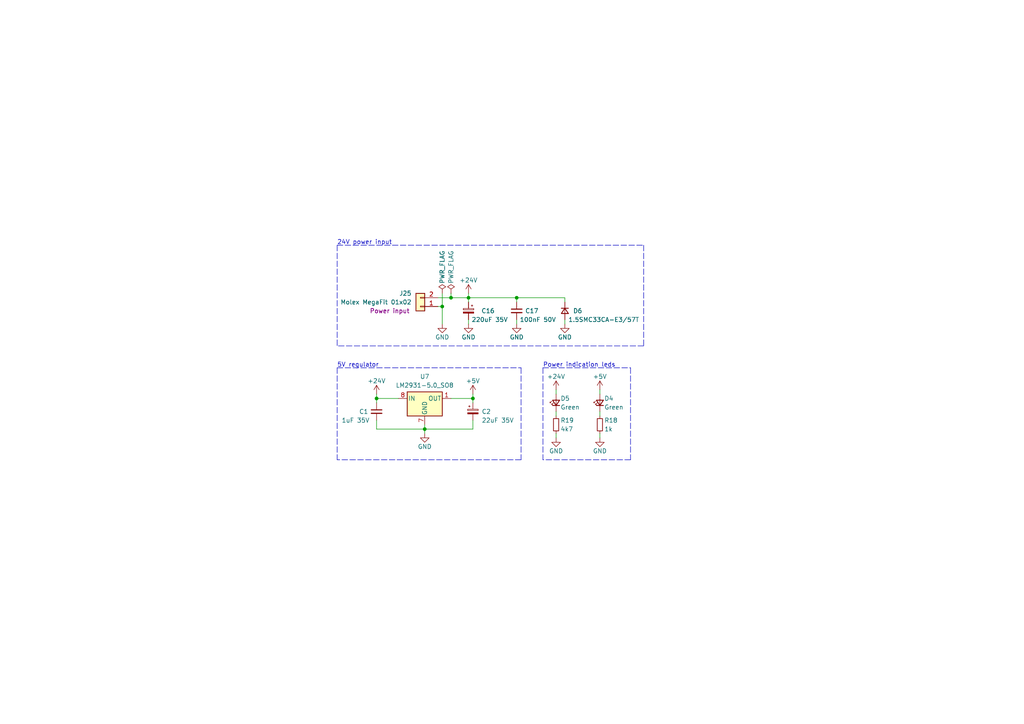
<source format=kicad_sch>
(kicad_sch (version 20211123) (generator eeschema)
  (paper "A4")
  (title_block (title "GD BLDC blower driver") (date "2019-03-11") (rev "v1.1") (company "3devo"))
  (lib_symbols
    (symbol "Connector_Generic:Conn_01x02" (pin_names (offset 1.016) hide)
      (property "Reference" "J" (at 0 2.54 0))
      (property "Value" "Conn_01x02" (at 0 -5.08 0))
      (symbol "Conn_01x02_1_1"
        (rectangle (start -1.27 -2.413) (end 0 -2.667) (stroke (width 0.1524)))
        (rectangle (start -1.27 0.127) (end 0 -0.127) (stroke (width 0.1524)))
        (rectangle (start -1.27 1.27) (end 1.27 -3.81) (stroke (width 0.254)) (fill (type background)))
        (pin passive line (at -5.08 0 0) (length 3.81) (name "Pin_1") (number "1"))
        (pin passive line (at -5.08 -2.54 0) (length 3.81) (name "Pin_2") (number "2"))
      )
    )
    (symbol "Device:C_Polarized_Small" (pin_numbers hide) (pin_names (offset 0.254) hide)
      (property "Reference" "C" (at 0.254 1.778 0))
      (property "Value" "C_Polarized_Small" (at 0.254 -2.032 0))
      (symbol "C_Polarized_Small_0_1"
        (rectangle (start -1.524 -0.3048) (end 1.524 -0.6858) (fill (type outline)))
        (rectangle (start -1.524 0.6858) (end 1.524 0.3048))
        (polyline (pts (xy -1.27 1.524) (xy -0.762 1.524)))
        (polyline (pts (xy -1.016 1.27) (xy -1.016 1.778)))
      )
      (symbol "C_Polarized_Small_1_1"
        (pin passive line (at 0 2.54 270) (length 1.8542) (name "~") (number "1"))
        (pin passive line (at 0 -2.54 90) (length 1.8542) (name "~") (number "2"))
      )
    )
    (symbol "Device:C_Small" (pin_numbers hide) (pin_names (offset 0.254) hide)
      (property "Reference" "C" (at 0.254 1.778 0))
      (property "Value" "C_Small" (at 0.254 -2.032 0))
      (symbol "C_Small_0_1"
        (polyline (pts (xy -1.524 -0.508) (xy 1.524 -0.508)) (stroke (width 0.3302)))
        (polyline (pts (xy -1.524 0.508) (xy 1.524 0.508)) (stroke (width 0.3048)))
      )
      (symbol "C_Small_1_1"
        (pin passive line (at 0 2.54 270) (length 2.032) (name "~") (number "1"))
        (pin passive line (at 0 -2.54 90) (length 2.032) (name "~") (number "2"))
      )
    )
    (symbol "Device:D_Small" (pin_numbers hide) (pin_names (offset 0.254) hide)
      (property "Reference" "D" (at -1.27 2.032 0))
      (property "Value" "D_Small" (at -3.81 -2.032 0))
      (symbol "D_Small_0_1"
        (polyline (pts (xy -0.762 -1.016) (xy -0.762 1.016)) (stroke (width 0.254)))
        (polyline (pts (xy -0.762 0) (xy 0.762 0)))
        (polyline (pts (xy 0.762 -1.016) (xy -0.762 0) (xy 0.762 1.016) (xy 0.762 -1.016)) (stroke (width 0.254)))
      )
      (symbol "D_Small_1_1"
        (pin passive line (at -2.54 0 0) (length 1.778) (name "K") (number "1"))
        (pin passive line (at 2.54 0 180) (length 1.778) (name "A") (number "2"))
      )
    )
    (symbol "Device:LED_Small" (pin_numbers hide) (pin_names (offset 0.254) hide)
      (property "Reference" "D" (at -1.27 3.175 0))
      (property "Value" "LED_Small" (at -4.445 -2.54 0))
      (symbol "LED_Small_0_1"
        (polyline (pts (xy -0.762 -1.016) (xy -0.762 1.016)) (stroke (width 0.254)))
        (polyline (pts (xy 1.016 0) (xy -0.762 0)))
        (polyline (pts (xy 0.762 -1.016) (xy -0.762 0) (xy 0.762 1.016) (xy 0.762 -1.016)) (stroke (width 0.254)))
        (polyline (pts (xy 0 0.762) (xy -0.508 1.27) (xy -0.254 1.27) (xy -0.508 1.27) (xy -0.508 1.016)))
        (polyline (pts (xy 0.508 1.27) (xy 0 1.778) (xy 0.254 1.778) (xy 0 1.778) (xy 0 1.524)))
      )
      (symbol "LED_Small_1_1"
        (pin passive line (at -2.54 0 0) (length 1.778) (name "K") (number "1"))
        (pin passive line (at 2.54 0 180) (length 1.778) (name "A") (number "2"))
      )
    )
    (symbol "Device:R_Small" (pin_numbers hide) (pin_names (offset 0.254) hide)
      (property "Reference" "R" (at 0.762 0.508 0))
      (property "Value" "R_Small" (at 0.762 -1.016 0))
      (symbol "R_Small_0_1"
        (rectangle (start -0.762 1.778) (end 0.762 -1.778) (stroke (width 0.2032)))
      )
      (symbol "R_Small_1_1"
        (pin passive line (at 0 2.54 270) (length 0.762) (name "~") (number "1"))
        (pin passive line (at 0 -2.54 90) (length 0.762) (name "~") (number "2"))
      )
    )
    (symbol "Regulator_Linear:LM2931-5.0_SO8" (pin_names (offset 0.254))
      (property "Reference" "U" (at -3.81 3.175 0))
      (property "Value" "LM2931-5.0_SO8" (at 0 3.175 0))
      (symbol "LM2931-5.0_SO8_0_1"
        (rectangle (start -5.08 1.905) (end 5.08 -5.08) (stroke (width 0.254)) (fill (type background)))
      )
      (symbol "LM2931-5.0_SO8_1_1"
        (pin power_out line (at 7.62 0 180) (length 2.54) (name "OUT") (number "1"))
        (pin passive line (at 0 -7.62 90) (length 2.54) hide (name "GND") (number "2"))
        (pin passive line (at 0 -7.62 90) (length 2.54) hide (name "GND") (number "3"))
        (pin no_connect line (at -5.08 -2.54 0) (length 2.54) hide (name "NC") (number "4"))
        (pin no_connect line (at 5.08 -2.54 180) (length 2.54) hide (name "NC") (number "5"))
        (pin passive line (at 0 -7.62 90) (length 2.54) hide (name "GND") (number "6"))
        (pin power_in line (at 0 -7.62 90) (length 2.54) (name "GND") (number "7"))
        (pin power_in line (at -7.62 0 0) (length 2.54) (name "IN") (number "8"))
      )
    )
    (symbol "power:+24V" (power) (pin_names (offset 0))
      (property "Value" "+24V" (at 0 3.556 0))
      (symbol "+24V_0_1"
        (polyline (pts (xy -0.762 1.27) (xy 0 2.54)))
        (polyline (pts (xy 0 0) (xy 0 2.54)))
        (polyline (pts (xy 0 2.54) (xy 0.762 1.27)))
      )
      (symbol "+24V_1_1"
        (pin power_in line (at 0 0 90) (length 0) hide (name "+24V") (number "1"))
      )
    )
    (symbol "power:+5V" (power) (pin_names (offset 0))
      (property "Value" "+5V" (at 0 3.556 0))
      (symbol "+5V_0_1"
        (polyline (pts (xy -0.762 1.27) (xy 0 2.54)))
        (polyline (pts (xy 0 0) (xy 0 2.54)))
        (polyline (pts (xy 0 2.54) (xy 0.762 1.27)))
      )
      (symbol "+5V_1_1"
        (pin power_in line (at 0 0 90) (length 0) hide (name "+5V") (number "1"))
      )
    )
    (symbol "power:GND" (power) (pin_names (offset 0))
      (property "Value" "GND" (at 0 -3.81 0))
      (symbol "GND_0_1"
        (polyline (pts (xy 0 0) (xy 0 -1.27) (xy 1.27 -1.27) (xy 0 -2.54) (xy -1.27 -1.27) (xy 0 -1.27)))
      )
      (symbol "GND_1_1"
        (pin power_in line (at 0 0 270) (length 0) hide (name "GND") (number "1"))
      )
    )
    (symbol "power:PWR_FLAG" (power) (pin_numbers hide) (pin_names (offset 0) hide)
      (property "Value" "PWR_FLAG" (at 0 3.81 0))
      (symbol "PWR_FLAG_0_0"
        (pin power_out line (at 0 0 90) (length 0) (name "pwr") (number "1"))
      )
      (symbol "PWR_FLAG_0_1"
        (polyline (pts (xy 0 0) (xy 0 1.27) (xy -1.016 1.905) (xy 0 2.54) (xy 1.016 1.905) (xy 0 1.27)))
      )
    )
  )
  (junction (at 135.89 86.36))
  (junction (at 149.86 86.36))
  (junction (at 123.19 124.46))
  (junction (at 128.27 88.9))
  (junction (at 130.81 86.36))
  (junction (at 109.22 115.57))
  (junction (at 137.16 115.57))
  (wire (pts (xy 130.81 115.57) (xy 137.16 115.57)))
  (polyline (pts (xy 186.69 100.33) (xy 97.79 100.33)))
  (wire (pts (xy 163.83 86.36) (xy 149.86 86.36)))
  (wire (pts (xy 161.29 125.73) (xy 161.29 127)))
  (wire (pts (xy 109.22 115.57) (xy 109.22 116.84)))
  (wire (pts (xy 137.16 115.57) (xy 137.16 116.84)))
  (wire (pts (xy 123.19 124.46) (xy 123.19 125.73)))
  (polyline (pts (xy 151.13 133.35) (xy 97.79 133.35)))
  (polyline (pts (xy 97.79 71.12) (xy 186.69 71.12)))
  (wire (pts (xy 127 86.36) (xy 130.81 86.36)))
  (polyline (pts (xy 182.88 106.68) (xy 182.88 133.35)))
  (wire (pts (xy 137.16 121.92) (xy 137.16 124.46)))
  (wire (pts (xy 135.89 86.36) (xy 135.89 87.63)))
  (wire (pts (xy 173.99 119.38) (xy 173.99 120.65)))
  (wire (pts (xy 130.81 86.36) (xy 135.89 86.36)))
  (wire (pts (xy 149.86 86.36) (xy 149.86 87.63)))
  (wire (pts (xy 123.19 124.46) (xy 137.16 124.46)))
  (wire (pts (xy 109.22 115.57) (xy 115.57 115.57)))
  (wire (pts (xy 109.22 121.92) (xy 109.22 124.46)))
  (wire (pts (xy 163.83 87.63) (xy 163.83 86.36)))
  (wire (pts (xy 128.27 93.98) (xy 128.27 88.9)))
  (wire (pts (xy 123.19 123.19) (xy 123.19 124.46)))
  (wire (pts (xy 173.99 113.03) (xy 173.99 114.3)))
  (wire (pts (xy 161.29 119.38) (xy 161.29 120.65)))
  (wire (pts (xy 128.27 85.09) (xy 128.27 88.9)))
  (wire (pts (xy 109.22 124.46) (xy 123.19 124.46)))
  (polyline (pts (xy 97.79 106.68) (xy 151.13 106.68)))
  (wire (pts (xy 135.89 92.71) (xy 135.89 93.98)))
  (polyline (pts (xy 157.48 106.68) (xy 182.88 106.68)))
  (wire (pts (xy 135.89 86.36) (xy 149.86 86.36)))
  (wire (pts (xy 173.99 125.73) (xy 173.99 127)))
  (wire (pts (xy 161.29 113.03) (xy 161.29 114.3)))
  (wire (pts (xy 137.16 114.3) (xy 137.16 115.57)))
  (polyline (pts (xy 97.79 71.12) (xy 97.79 100.33)))
  (wire (pts (xy 128.27 88.9) (xy 127 88.9)))
  (polyline (pts (xy 186.69 71.12) (xy 186.69 100.33)))
  (wire (pts (xy 130.81 85.09) (xy 130.81 86.36)))
  (polyline (pts (xy 151.13 106.68) (xy 151.13 133.35)))
  (wire (pts (xy 109.22 114.3) (xy 109.22 115.57)))
  (polyline (pts (xy 182.88 133.35) (xy 157.48 133.35)))
  (wire (pts (xy 135.89 85.09) (xy 135.89 86.36)))
  (polyline (pts (xy 97.79 106.68) (xy 97.79 133.35)))
  (wire (pts (xy 163.83 92.71) (xy 163.83 93.98)))
  (polyline (pts (xy 157.48 106.68) (xy 157.48 133.35)))
  (wire (pts (xy 149.86 92.71) (xy 149.86 93.98)))
  (text "24V power input" (at 97.79 71.12 0) (effects (font (size 1.27 1.27)) (justify left bottom)))
  (text "Power indication leds" (at 157.48 106.68 0) (effects (font (size 1.27 1.27)) (justify left bottom)))
  (text "5V regulator" (at 97.79 106.68 0) (effects (font (size 1.27 1.27)) (justify left bottom)))
  (symbol (lib_id "Device:C_Polarized_Small") (at 135.89 90.17 0) (mirror y) (unit 1)
    (property "Reference" "C16" (at 143.51 90.17 0) (effects (justify left)))
    (property "Value" "220uF 35V" (at 147.32 92.71 0) (effects (justify left)))
    (property "Footprint" "Capacitor_SMD:CP_Elec_10x10" (effects hide))
    (property "Datasheet" "https://media.digikey.com/pdf/Data%20Sheets/Panasonic%20Electronic%20Components/S_Series,Type_V_Rev2018.pdf" (effects hide))
    (property "Manufacturer" "Panasonic" (effects hide))
    (property "Partnumber" "EEE-1HA221P" (effects hide))
  )
  (symbol (lib_id "Device:R_Small") (at 173.99 123.19 0) (unit 1)
    (property "Reference" "R18" (at 175.26 121.92 0) (effects (justify left)))
    (property "Value" "1k" (at 175.26 124.46 0) (effects (justify left)))
    (property "Footprint" "Resistor_SMD:R_0603_1608Metric" (effects hide))
    (property "Manufacturer" "Rohm" (effects hide))
    (property "Partnumber" "ESR03EZPF1001" (effects hide))
  )
  (symbol (lib_id "Device:LED_Small") (at 173.99 116.84 90) (unit 1)
    (property "Reference" "D4" (at 175.26 115.57 90) (effects (justify right)))
    (property "Value" "Green" (at 175.26 118.11 90) (effects (justify right)))
    (property "Footprint" "LED_SMD:LED_0805_2012Metric" (effects hide))
    (property "Datasheet" "http://www.kingbrightusa.com/images/catalog/SPEC/APT2012SGC.pdf" (effects hide))
    (property "Manufacturer" "Kingston" (effects hide))
    (property "Partnumber" "APT2012SGC" (effects hide))
  )
  (symbol (lib_id "power:+24V") (at 135.89 85.09 0) (mirror y) (unit 1)
    (property "Reference" "#PWR0106" (effects hide))
    (property "Value" "+24V" (at 135.89 81.28 0))
  )
  (symbol (lib_id "power:GND") (at 161.29 127 0) (unit 1)
    (property "Reference" "#PWR0120" (effects hide))
    (property "Value" "GND" (at 161.29 130.81 0))
  )
  (symbol (lib_id "Device:C_Small") (at 109.22 119.38 0) (unit 1)
    (property "Reference" "C1" (at 104.14 119.38 0) (effects (justify left)))
    (property "Value" "1uF 35V" (at 99.06 121.92 0) (effects (justify left)))
    (property "Footprint" "Capacitor_SMD:C_0805_2012Metric" (effects hide))
    (property "Manufacturer" "Samsung" (effects hide))
    (property "Partnumber" "CL21B105KBFNNNE" (effects hide))
  )
  (symbol (lib_id "power:PWR_FLAG") (at 128.27 85.09 0) (unit 1)
    (property "Reference" "#FLG0103" (effects hide))
    (property "Value" "PWR_FLAG" (at 128.27 77.47 90))
  )
  (symbol (lib_id "power:GND") (at 173.99 127 0) (unit 1)
    (property "Reference" "#PWR0121" (effects hide))
    (property "Value" "GND" (at 173.99 130.81 0))
  )
  (symbol (lib_id "power:+5V") (at 137.16 114.3 0) (unit 1)
    (property "Reference" "#PWR0124" (effects hide))
    (property "Value" "+5V" (at 137.16 110.49 0))
  )
  (symbol (lib_id "power:+24V") (at 109.22 114.3 0) (unit 1)
    (property "Reference" "#PWR0116" (effects hide))
    (property "Value" "+24V" (at 109.22 110.49 0))
  )
  (symbol (lib_id "Device:D_Small") (at 163.83 90.17 90) (mirror x) (unit 1)
    (property "Reference" "D6" (at 168.91 90.17 90) (effects (justify left)))
    (property "Value" "1.5SMC33CA-E3/57T" (at 185.42 92.71 90) (effects (justify left)))
    (property "Footprint" "Diode_SMD:D_SMC" (effects hide))
    (property "Datasheet" "http://www.vishay.com/docs/88303/15smc.pdf" (effects hide))
    (property "Manufacturer" "Vishay" (effects hide))
    (property "Partnumber" "1.5SMC33CA-E3/57T" (effects hide))
  )
  (symbol (lib_id "power:GND") (at 128.27 93.98 0) (mirror y) (unit 1)
    (property "Reference" "#PWR0105" (effects hide))
    (property "Value" "GND" (at 128.27 97.79 0))
  )
  (symbol (lib_id "power:GND") (at 149.86 93.98 0) (mirror y) (unit 1)
    (property "Reference" "#PWR0174" (effects hide))
    (property "Value" "GND" (at 149.86 97.79 0))
  )
  (symbol (lib_id "power:+5V") (at 173.99 113.03 0) (unit 1)
    (property "Reference" "#PWR0167" (effects hide))
    (property "Value" "+5V" (at 173.99 109.22 0))
  )
  (symbol (lib_id "Regulator_Linear:LM2931-5.0_SO8") (at 123.19 115.57 0) (unit 1)
    (property "Reference" "U7" (at 123.19 109.22 0))
    (property "Value" "LM2931-5.0_SO8" (at 123.19 111.76 0))
    (property "Footprint" "Package_SO:SOIC-8_3.9x4.9mm_P1.27mm" (effects hide))
    (property "Datasheet" "http://www.farnell.com/datasheets/1726420.pdf?_ga=2.163897593.794900339.1553156297-1346749375.1549278371&_gac=1.195807640.1551887436.EAIaIQobChMI_vagme_t4AIVhOd3Ch24TAAnEAAYASAAEgKd6fD_BwE" (effects hide))
    (property "Manufacturer" "On Semiconductor" (effects hide))
    (property "Partnumber" "LM2931AD-5.0R2G" (effects hide))
  )
  (symbol (lib_id "power:GND") (at 135.89 93.98 0) (mirror y) (unit 1)
    (property "Reference" "#PWR0173" (effects hide))
    (property "Value" "GND" (at 135.89 97.79 0))
  )
  (symbol (lib_id "Device:C_Small") (at 149.86 90.17 0) (mirror y) (unit 1)
    (property "Reference" "C17" (at 156.21 90.17 0) (effects (justify left)))
    (property "Value" "100nF 50V" (at 161.29 92.71 0) (effects (justify left)))
    (property "Footprint" "Capacitor_SMD:C_0603_1608Metric" (effects hide))
    (property "Manufacturer" "Murata" (effects hide))
    (property "Partnumber" "GCM188L81H104KA57D" (effects hide))
  )
  (symbol (lib_id "Device:R_Small") (at 161.29 123.19 0) (unit 1)
    (property "Reference" "R19" (at 162.56 121.92 0) (effects (justify left)))
    (property "Value" "4k7" (at 162.56 124.46 0) (effects (justify left)))
    (property "Footprint" "Resistor_SMD:R_0603_1608Metric" (effects hide))
    (property "Manufacturer" "Stackpole" (effects hide))
    (property "Partnumber" "RMCF0603FT4K70" (effects hide))
  )
  (symbol (lib_id "power:PWR_FLAG") (at 130.81 85.09 0) (unit 1)
    (property "Reference" "#FLG0104" (effects hide))
    (property "Value" "PWR_FLAG" (at 130.81 77.47 90))
  )
  (symbol (lib_id "power:GND") (at 163.83 93.98 0) (mirror y) (unit 1)
    (property "Reference" "#PWR0172" (effects hide))
    (property "Value" "GND" (at 163.83 97.79 0))
  )
  (symbol (lib_id "Device:C_Polarized_Small") (at 137.16 119.38 0) (unit 1)
    (property "Reference" "C2" (at 139.7 119.38 0) (effects (justify left)))
    (property "Value" "22uF 35V" (at 139.7 121.92 0) (effects (justify left)))
    (property "Footprint" "Capacitor_SMD:CP_Elec_5x5.8" (effects hide))
    (property "Manufacturer" "Panasonic" (effects hide))
    (property "Partnumber" "EEE-FK1V220R" (effects hide))
  )
  (symbol (lib_id "power:GND") (at 123.19 125.73 0) (unit 1)
    (property "Reference" "#PWR0131" (effects hide))
    (property "Value" "GND" (at 123.19 129.54 0))
  )
  (symbol (lib_id "power:+24V") (at 161.29 113.03 0) (unit 1)
    (property "Reference" "#PWR0117" (effects hide))
    (property "Value" "+24V" (at 161.29 109.22 0))
  )
  (symbol (lib_id "Connector_Generic:Conn_01x02") (at 121.92 88.9 180) (unit 1)
    (property "Reference" "J25" (at 119.38 85.09 0) (effects (justify left)))
    (property "Value" "Molex MegaFit 01x02" (at 119.38 87.63 0) (effects (justify left)))
    (property "Footprint" "Connector_Molex:Molex_Mega-Fit_76825-0002_2x01_P5.70mm_Horizontal" (effects hide))
    (property "Datasheet" "https://www.molex.com/pdm_docs/sd/768250002_sd.pdf" (effects hide))
    (property "Manufacturer" "Molex" (effects hide))
    (property "Partnumber" "076825-0002" (effects hide))
    (property "Function" "Power input" (at 113.03 90.17 0))
  )
  (symbol (lib_id "Device:LED_Small") (at 161.29 116.84 90) (unit 1)
    (property "Reference" "D5" (at 162.56 115.57 90) (effects (justify right)))
    (property "Value" "Green" (at 162.56 118.11 90) (effects (justify right)))
    (property "Footprint" "LED_SMD:LED_0805_2012Metric" (effects hide))
    (property "Datasheet" "http://www.kingbrightusa.com/images/catalog/SPEC/APT2012SGC.pdf" (effects hide))
    (property "Manufacturer" "Kingston" (effects hide))
    (property "Partnumber" "APT2012SGC" (effects hide))
  )
)
</source>
